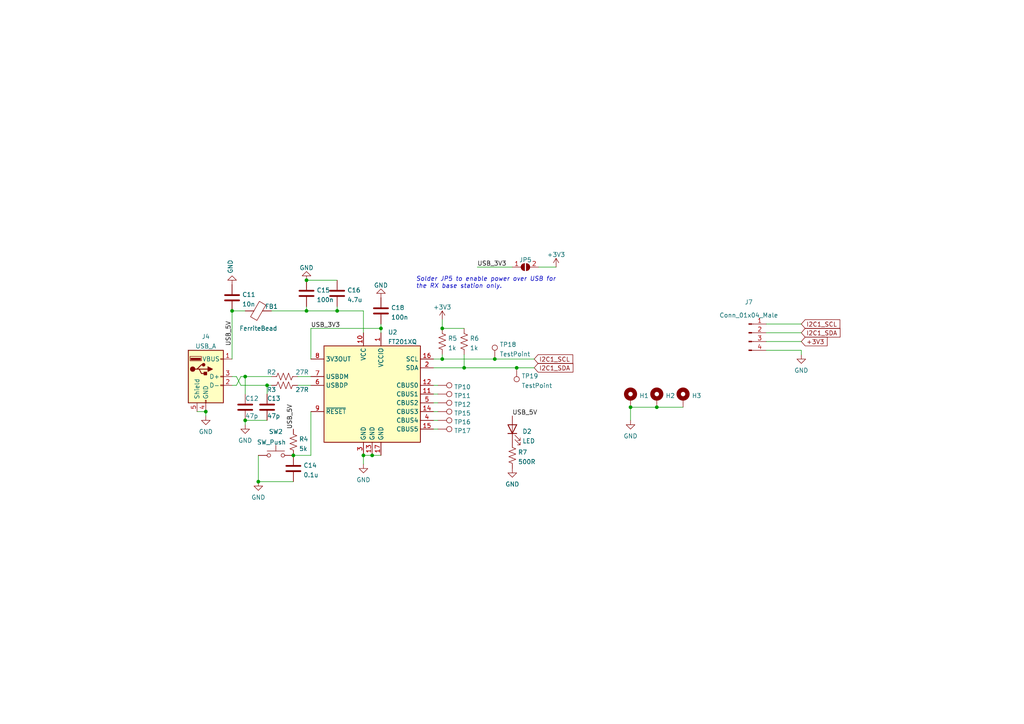
<source format=kicad_sch>
(kicad_sch (version 20211123) (generator eeschema)
  (paper "A4")
  (lib_symbols
    (symbol "Connector:Conn_01x04_Male" (pin_names (offset 1.016) hide)
      (property "Reference" "J" (at 0 5.08 0))
      (property "Value" "Conn_01x04_Male" (at 0 -7.62 0))
      (symbol "Conn_01x04_Male_1_1"
        (polyline (pts (xy 1.27 -5.08) (xy 0.8636 -5.08)) (stroke (width 0.1524)))
        (polyline (pts (xy 1.27 -2.54) (xy 0.8636 -2.54)) (stroke (width 0.1524)))
        (polyline (pts (xy 1.27 0) (xy 0.8636 0)) (stroke (width 0.1524)))
        (polyline (pts (xy 1.27 2.54) (xy 0.8636 2.54)) (stroke (width 0.1524)))
        (rectangle (start 0.8636 -4.953) (end 0 -5.207) (stroke (width 0.1524)) (fill (type outline)))
        (rectangle (start 0.8636 -2.413) (end 0 -2.667) (stroke (width 0.1524)) (fill (type outline)))
        (rectangle (start 0.8636 0.127) (end 0 -0.127) (stroke (width 0.1524)) (fill (type outline)))
        (rectangle (start 0.8636 2.667) (end 0 2.413) (stroke (width 0.1524)) (fill (type outline)))
        (pin passive line (at 5.08 2.54 180) (length 3.81) (name "Pin_1") (number "1"))
        (pin passive line (at 5.08 0 180) (length 3.81) (name "Pin_2") (number "2"))
        (pin passive line (at 5.08 -2.54 180) (length 3.81) (name "Pin_3") (number "3"))
        (pin passive line (at 5.08 -5.08 180) (length 3.81) (name "Pin_4") (number "4"))
      )
    )
    (symbol "Connector:TestPoint" (pin_numbers hide) (pin_names (offset 0.762) hide)
      (property "Reference" "TP" (at 0 6.858 0))
      (property "Value" "TestPoint" (at 0 5.08 0))
      (symbol "TestPoint_0_1"
        (circle (center 0 3.302) (radius 0.762))
      )
      (symbol "TestPoint_1_1"
        (pin passive line (at 0 0 90) (length 2.54) (name "1") (number "1"))
      )
    )
    (symbol "Connector:USB_A" (pin_names (offset 1.016))
      (property "Reference" "J" (at -5.08 11.43 0))
      (property "Value" "USB_A" (at -5.08 8.89 0))
      (symbol "USB_A_0_1"
        (rectangle (start -5.08 -7.62) (end 5.08 7.62) (stroke (width 0.254)) (fill (type background)))
        (circle (center -3.81 2.159) (radius 0.635) (stroke (width 0.254)) (fill (type outline)))
        (rectangle (start -1.524 4.826) (end -4.318 5.334) (fill (type outline)))
        (rectangle (start -1.27 4.572) (end -4.572 5.842))
        (circle (center -0.635 3.429) (radius 0.381) (stroke (width 0.254)) (fill (type outline)))
        (rectangle (start -0.127 -7.62) (end 0.127 -6.858))
        (polyline (pts (xy -3.175 2.159) (xy -2.54 2.159) (xy -1.27 3.429) (xy -0.635 3.429)) (stroke (width 0.254)))
        (polyline (pts (xy -2.54 2.159) (xy -1.905 2.159) (xy -1.27 0.889) (xy 0 0.889)) (stroke (width 0.254)))
        (polyline (pts (xy 0.635 2.794) (xy 0.635 1.524) (xy 1.905 2.159) (xy 0.635 2.794)) (stroke (width 0.254)) (fill (type outline)))
        (rectangle (start 0.254 1.27) (end -0.508 0.508) (stroke (width 0.254)) (fill (type outline)))
        (rectangle (start 5.08 -2.667) (end 4.318 -2.413))
        (rectangle (start 5.08 -0.127) (end 4.318 0.127))
        (rectangle (start 5.08 4.953) (end 4.318 5.207))
      )
      (symbol "USB_A_1_1"
        (polyline (pts (xy -1.905 2.159) (xy 0.635 2.159)) (stroke (width 0.254)))
        (pin power_in line (at 7.62 5.08 180) (length 2.54) (name "VBUS") (number "1"))
        (pin bidirectional line (at 7.62 -2.54 180) (length 2.54) (name "D-") (number "2"))
        (pin bidirectional line (at 7.62 0 180) (length 2.54) (name "D+") (number "3"))
        (pin power_in line (at 0 -10.16 90) (length 2.54) (name "GND") (number "4"))
        (pin passive line (at -2.54 -10.16 90) (length 2.54) (name "Shield") (number "5"))
      )
    )
    (symbol "Device:C" (pin_numbers hide) (pin_names (offset 0.254))
      (property "Reference" "C" (at 0.635 2.54 0))
      (property "Value" "C" (at 0.635 -2.54 0))
      (symbol "C_0_1"
        (polyline (pts (xy -2.032 -0.762) (xy 2.032 -0.762)) (stroke (width 0.508)))
        (polyline (pts (xy -2.032 0.762) (xy 2.032 0.762)) (stroke (width 0.508)))
      )
      (symbol "C_1_1"
        (pin passive line (at 0 3.81 270) (length 2.794) (name "~") (number "1"))
        (pin passive line (at 0 -3.81 90) (length 2.794) (name "~") (number "2"))
      )
    )
    (symbol "Device:FerriteBead" (pin_numbers hide) (pin_names (offset 0))
      (property "Reference" "FB" (at -3.81 0.635 90))
      (property "Value" "FerriteBead" (at 3.81 0 90))
      (symbol "FerriteBead_0_1"
        (polyline (pts (xy 0 -1.27) (xy 0 -1.2192)))
        (polyline (pts (xy 0 1.27) (xy 0 1.2954)))
        (polyline (pts (xy -2.7686 0.4064) (xy -1.7018 2.2606) (xy 2.7686 -0.3048) (xy 1.6764 -2.159) (xy -2.7686 0.4064)))
      )
      (symbol "FerriteBead_1_1"
        (pin passive line (at 0 3.81 270) (length 2.54) (name "~") (number "1"))
        (pin passive line (at 0 -3.81 90) (length 2.54) (name "~") (number "2"))
      )
    )
    (symbol "Device:LED" (pin_numbers hide) (pin_names (offset 1.016) hide)
      (property "Reference" "D" (at 0 2.54 0))
      (property "Value" "LED" (at 0 -2.54 0))
      (symbol "LED_0_1"
        (polyline (pts (xy -1.27 -1.27) (xy -1.27 1.27)) (stroke (width 0.254)))
        (polyline (pts (xy -1.27 0) (xy 1.27 0)))
        (polyline (pts (xy 1.27 -1.27) (xy 1.27 1.27) (xy -1.27 0) (xy 1.27 -1.27)) (stroke (width 0.254)))
        (polyline (pts (xy -3.048 -0.762) (xy -4.572 -2.286) (xy -3.81 -2.286) (xy -4.572 -2.286) (xy -4.572 -1.524)))
        (polyline (pts (xy -1.778 -0.762) (xy -3.302 -2.286) (xy -2.54 -2.286) (xy -3.302 -2.286) (xy -3.302 -1.524)))
      )
      (symbol "LED_1_1"
        (pin passive line (at -3.81 0 0) (length 2.54) (name "K") (number "1"))
        (pin passive line (at 3.81 0 180) (length 2.54) (name "A") (number "2"))
      )
    )
    (symbol "Device:R_US" (pin_numbers hide) (pin_names (offset 0))
      (property "Reference" "R" (at 2.54 0 90))
      (property "Value" "R_US" (at -2.54 0 90))
      (symbol "R_US_0_1"
        (polyline (pts (xy 0 -2.286) (xy 0 -2.54)))
        (polyline (pts (xy 0 2.286) (xy 0 2.54)))
        (polyline (pts (xy 0 -0.762) (xy 1.016 -1.143) (xy 0 -1.524) (xy -1.016 -1.905) (xy 0 -2.286)))
        (polyline (pts (xy 0 0.762) (xy 1.016 0.381) (xy 0 0) (xy -1.016 -0.381) (xy 0 -0.762)))
        (polyline (pts (xy 0 2.286) (xy 1.016 1.905) (xy 0 1.524) (xy -1.016 1.143) (xy 0 0.762)))
      )
      (symbol "R_US_1_1"
        (pin passive line (at 0 3.81 270) (length 1.27) (name "~") (number "1"))
        (pin passive line (at 0 -3.81 90) (length 1.27) (name "~") (number "2"))
      )
    )
    (symbol "Interface_USB:FT201XQ"
      (property "Reference" "U" (at -13.97 15.24 0))
      (property "Value" "FT201XQ" (at 7.62 15.24 0))
      (symbol "FT201XQ_0_1"
        (rectangle (start -13.97 13.97) (end 13.97 -13.97) (stroke (width 0.254)) (fill (type background)))
      )
      (symbol "FT201XQ_1_1"
        (pin power_in line (at 2.54 17.78 270) (length 3.81) (name "VCCIO") (number "1"))
        (pin power_in line (at -2.54 17.78 270) (length 3.81) (name "VCC") (number "10"))
        (pin bidirectional line (at 17.78 0 180) (length 3.81) (name "CBUS1") (number "11"))
        (pin bidirectional line (at 17.78 2.54 180) (length 3.81) (name "CBUS0") (number "12"))
        (pin power_in line (at 0 -17.78 90) (length 3.81) (name "GND") (number "13"))
        (pin bidirectional line (at 17.78 -5.08 180) (length 3.81) (name "CBUS3") (number "14"))
        (pin bidirectional line (at 17.78 -10.16 180) (length 3.81) (name "CBUS5") (number "15"))
        (pin input line (at 17.78 10.16 180) (length 3.81) (name "SCL") (number "16"))
        (pin power_in line (at 2.54 -17.78 90) (length 3.81) (name "GND") (number "17"))
        (pin bidirectional line (at 17.78 7.62 180) (length 3.81) (name "SDA") (number "2"))
        (pin power_in line (at -2.54 -17.78 90) (length 3.81) (name "GND") (number "3"))
        (pin bidirectional line (at 17.78 -7.62 180) (length 3.81) (name "CBUS4") (number "4"))
        (pin bidirectional line (at 17.78 -2.54 180) (length 3.81) (name "CBUS2") (number "5"))
        (pin bidirectional line (at -17.78 2.54 0) (length 3.81) (name "USBDP") (number "6"))
        (pin bidirectional line (at -17.78 5.08 0) (length 3.81) (name "USBDM") (number "7"))
        (pin power_out line (at -17.78 10.16 0) (length 3.81) (name "3V3OUT") (number "8"))
        (pin input line (at -17.78 -5.08 0) (length 3.81) (name "~{RESET}") (number "9"))
      )
    )
    (symbol "Jumper:SolderJumper_2_Open" (pin_names (offset 0) hide)
      (property "Reference" "JP" (at 0 2.032 0))
      (property "Value" "SolderJumper_2_Open" (at 0 -2.54 0))
      (symbol "SolderJumper_2_Open_0_1"
        (arc (start -0.254 1.016) (mid -1.27 0) (end -0.254 -1.016))
        (arc (start -0.254 1.016) (mid -1.27 0) (end -0.254 -1.016) (fill (type outline)))
        (polyline (pts (xy -0.254 1.016) (xy -0.254 -1.016)))
        (polyline (pts (xy 0.254 1.016) (xy 0.254 -1.016)))
        (arc (start 0.254 -1.016) (mid 1.27 0) (end 0.254 1.016))
        (arc (start 0.254 -1.016) (mid 1.27 0) (end 0.254 1.016) (fill (type outline)))
      )
      (symbol "SolderJumper_2_Open_1_1"
        (pin passive line (at -3.81 0 0) (length 2.54) (name "A") (number "1"))
        (pin passive line (at 3.81 0 180) (length 2.54) (name "B") (number "2"))
      )
    )
    (symbol "Mechanical:MountingHole_Pad" (pin_numbers hide) (pin_names (offset 1.016) hide)
      (property "Reference" "H" (at 0 6.35 0))
      (property "Value" "MountingHole_Pad" (at 0 4.445 0))
      (symbol "MountingHole_Pad_0_1"
        (circle (center 0 1.27) (radius 1.27) (stroke (width 1.27)))
      )
      (symbol "MountingHole_Pad_1_1"
        (pin input line (at 0 -2.54 90) (length 2.54) (name "1") (number "1"))
      )
    )
    (symbol "Switch:SW_Push" (pin_numbers hide) (pin_names (offset 1.016) hide)
      (property "Reference" "SW" (at 1.27 2.54 0))
      (property "Value" "SW_Push" (at 0 -1.524 0))
      (symbol "SW_Push_0_1"
        (circle (center -2.032 0) (radius 0.508))
        (polyline (pts (xy 0 1.27) (xy 0 3.048)))
        (polyline (pts (xy 2.54 1.27) (xy -2.54 1.27)))
        (circle (center 2.032 0) (radius 0.508))
        (pin passive line (at -5.08 0 0) (length 2.54) (name "1") (number "1"))
        (pin passive line (at 5.08 0 180) (length 2.54) (name "2") (number "2"))
      )
    )
    (symbol "power:+3V3" (power) (pin_names (offset 0))
      (property "Value" "+3V3" (at 0 3.556 0))
      (symbol "+3V3_0_1"
        (polyline (pts (xy -0.762 1.27) (xy 0 2.54)))
        (polyline (pts (xy 0 0) (xy 0 2.54)))
        (polyline (pts (xy 0 2.54) (xy 0.762 1.27)))
      )
      (symbol "+3V3_1_1"
        (pin power_in line (at 0 0 90) (length 0) hide (name "+3V3") (number "1"))
      )
    )
    (symbol "power:GND" (power) (pin_names (offset 0))
      (property "Value" "GND" (at 0 -3.81 0))
      (symbol "GND_0_1"
        (polyline (pts (xy 0 0) (xy 0 -1.27) (xy 1.27 -1.27) (xy 0 -2.54) (xy -1.27 -1.27) (xy 0 -1.27)))
      )
      (symbol "GND_1_1"
        (pin power_in line (at 0 0 270) (length 0) hide (name "GND") (number "1"))
      )
    )
  )
  (junction (at 67.31 90.17))
  (junction (at 59.69 119.38))
  (junction (at 190.5 118.11))
  (junction (at 77.47 111.76))
  (junction (at 107.95 132.08))
  (junction (at 128.27 104.14))
  (junction (at 143.51 104.14))
  (junction (at 88.9 90.17))
  (junction (at 71.12 121.92))
  (junction (at 128.27 95.25))
  (junction (at 105.41 132.08))
  (junction (at 134.62 106.68))
  (junction (at 71.12 109.22))
  (junction (at 74.93 139.7))
  (junction (at 85.09 132.08))
  (junction (at 110.49 95.25))
  (junction (at 149.86 106.68))
  (junction (at 97.79 90.17))
  (junction (at 182.88 118.11))
  (junction (at 88.9 81.28))
  (wire (pts (xy 222.25 96.52) (xy 232.41 96.52)))
  (wire (pts (xy 57.15 119.38) (xy 59.69 119.38)))
  (wire (pts (xy 85.09 132.08) (xy 90.17 132.08)))
  (wire (pts (xy 222.25 101.6) (xy 232.41 101.6)))
  (wire (pts (xy 156.21 77.47) (xy 161.29 77.47)))
  (wire (pts (xy 107.95 132.08) (xy 110.49 132.08)))
  (wire (pts (xy 90.17 119.38) (xy 90.17 132.08)))
  (wire (pts (xy 88.9 88.9) (xy 88.9 90.17)))
  (wire (pts (xy 78.74 90.17) (xy 88.9 90.17)))
  (wire (pts (xy 105.41 132.08) (xy 107.95 132.08)))
  (wire (pts (xy 90.17 95.25) (xy 110.49 95.25)))
  (wire (pts (xy 125.73 104.14) (xy 128.27 104.14)))
  (wire (pts (xy 125.73 106.68) (xy 134.62 106.68)))
  (wire (pts (xy 67.31 90.17) (xy 67.31 104.14)))
  (wire (pts (xy 90.17 95.25) (xy 90.17 104.14)))
  (wire (pts (xy 69.85 109.22) (xy 71.12 109.22)))
  (wire (pts (xy 127 111.76) (xy 125.73 111.76)))
  (wire (pts (xy 232.41 101.6) (xy 232.41 102.87)))
  (wire (pts (xy 97.79 88.9) (xy 97.79 90.17)))
  (wire (pts (xy 125.73 124.46) (xy 127 124.46)))
  (wire (pts (xy 125.73 114.3) (xy 127 114.3)))
  (wire (pts (xy 69.85 111.76) (xy 77.47 111.76)))
  (wire (pts (xy 110.49 95.25) (xy 110.49 96.52)))
  (wire (pts (xy 67.31 111.76) (xy 68.58 111.76)))
  (wire (pts (xy 71.12 123.19) (xy 71.12 121.92)))
  (wire (pts (xy 77.47 111.76) (xy 77.47 114.3)))
  (wire (pts (xy 125.73 116.84) (xy 127 116.84)))
  (wire (pts (xy 105.41 90.17) (xy 105.41 96.52)))
  (wire (pts (xy 149.86 106.68) (xy 154.94 106.68)))
  (wire (pts (xy 190.5 118.11) (xy 198.12 118.11)))
  (wire (pts (xy 182.88 118.11) (xy 190.5 118.11)))
  (wire (pts (xy 222.25 99.06) (xy 232.41 99.06)))
  (wire (pts (xy 67.31 90.17) (xy 71.12 90.17)))
  (wire (pts (xy 128.27 104.14) (xy 143.51 104.14)))
  (wire (pts (xy 74.93 139.7) (xy 85.09 139.7)))
  (wire (pts (xy 182.88 121.92) (xy 182.88 118.11)))
  (wire (pts (xy 128.27 92.71) (xy 128.27 95.25)))
  (wire (pts (xy 134.62 102.87) (xy 134.62 106.68)))
  (wire (pts (xy 125.73 119.38) (xy 127 119.38)))
  (wire (pts (xy 68.58 111.76) (xy 69.85 109.22)))
  (wire (pts (xy 86.36 109.22) (xy 90.17 109.22)))
  (wire (pts (xy 71.12 109.22) (xy 78.74 109.22)))
  (wire (pts (xy 77.47 111.76) (xy 78.74 111.76)))
  (wire (pts (xy 74.93 132.08) (xy 74.93 139.7)))
  (wire (pts (xy 59.69 120.65) (xy 59.69 119.38)))
  (wire (pts (xy 125.73 121.92) (xy 127 121.92)))
  (wire (pts (xy 88.9 81.28) (xy 97.79 81.28)))
  (wire (pts (xy 128.27 102.87) (xy 128.27 104.14)))
  (wire (pts (xy 105.41 134.62) (xy 105.41 132.08)))
  (wire (pts (xy 222.25 93.98) (xy 232.41 93.98)))
  (wire (pts (xy 134.62 106.68) (xy 149.86 106.68)))
  (wire (pts (xy 69.85 111.76) (xy 68.58 109.22)))
  (wire (pts (xy 67.31 109.22) (xy 68.58 109.22)))
  (wire (pts (xy 143.51 104.14) (xy 154.94 104.14)))
  (wire (pts (xy 110.49 93.98) (xy 110.49 95.25)))
  (wire (pts (xy 71.12 109.22) (xy 71.12 114.3)))
  (wire (pts (xy 88.9 90.17) (xy 97.79 90.17)))
  (wire (pts (xy 97.79 90.17) (xy 105.41 90.17)))
  (wire (pts (xy 138.43 77.47) (xy 148.59 77.47)))
  (wire (pts (xy 71.12 121.92) (xy 77.47 121.92)))
  (wire (pts (xy 128.27 95.25) (xy 134.62 95.25)))
  (wire (pts (xy 86.36 111.76) (xy 90.17 111.76)))
  (text "Solder JP5 to enable power over USB for \nthe RX base station only. " (at 120.65 83.82 0) (effects (font (size 1.27 1.27) italic) (justify left bottom)))
  (label "USB_5V" (at 148.59 120.65 0))
  (label "USB_3V3" (at 138.43 77.47 0))
  (label "USB_3V3" (at 90.17 95.25 0))
  (label "USB_5V" (at 85.09 124.46 90))
  (label "USB_5V" (at 67.31 100.33 90))
  (global_label "+3V3" (shape input) (at 232.41 99.06 0) (property "Intersheet References" "${INTERSHEET_REFS}" (effects hide)))
  (global_label "I2C1_SDA" (shape input) (at 232.41 96.52 0) (property "Intersheet References" "${INTERSHEET_REFS}" (effects hide)))
  (global_label "I2C1_SDA" (shape input) (at 154.94 106.68 0) (property "Intersheet References" "${INTERSHEET_REFS}" (effects hide)))
  (global_label "I2C1_SCL" (shape input) (at 232.41 93.98 0) (property "Intersheet References" "${INTERSHEET_REFS}" (effects hide)))
  (global_label "I2C1_SCL" (shape input) (at 154.94 104.14 0) (property "Intersheet References" "${INTERSHEET_REFS}" (effects hide)))
  (symbol (lib_id "Mechanical:MountingHole_Pad") (at 198.12 115.57 0) (unit 1)
    (property "Reference" "H3" (at 200.66 114.779 0) (effects (justify left)))
    (property "Value" "MountingHole_Pad" (effects hide))
    (property "Footprint" "MountingHole:MountingHole_2.2mm_M2_Pad_Via" (effects hide))
  )
  (symbol (lib_id "Connector:TestPoint") (at 127 124.46 270) (unit 1)
    (property "Reference" "TP17" (at 131.699 124.939 90) (effects (justify left)))
    (property "Value" "TestPoint" (effects hide))
    (property "Footprint" "TestPoint:TestPoint_Pad_1.0x1.0mm" (effects hide))
  )
  (symbol (lib_id "Connector:TestPoint") (at 149.86 106.68 180) (unit 1)
    (property "Reference" "TP19" (at 151.257 109.0735 0) (effects (justify right)))
    (property "Value" "TestPoint" (at 151.257 111.8486 0) (effects (justify right)))
    (property "Footprint" "TestPoint:TestPoint_Pad_1.0x1.0mm" (effects hide))
  )
  (symbol (lib_id "Connector:TestPoint") (at 143.51 104.14 0) (unit 1)
    (property "Reference" "TP18" (at 144.907 99.9295 0) (effects (justify left)))
    (property "Value" "TestPoint" (at 144.907 102.7046 0) (effects (justify left)))
    (property "Footprint" "TestPoint:TestPoint_Pad_1.0x1.0mm" (effects hide))
  )
  (symbol (lib_id "Device:R_US") (at 85.09 128.27 0) (unit 1)
    (property "Reference" "R4" (at 86.741 127.3615 0) (effects (justify left)))
    (property "Value" "5k" (at 86.741 130.1366 0) (effects (justify left)))
    (property "Footprint" "Resistor_SMD:R_0805_2012Metric_Pad1.20x1.40mm_HandSolder" (effects hide))
  )
  (symbol (lib_id "Jumper:SolderJumper_2_Open") (at 152.4 77.47 0) (unit 1)
    (property "Reference" "JP5" (at 152.4 75.3895 0))
    (property "Value" "SolderJumper_2_Open" (effects hide))
    (property "Footprint" "Jumper:SolderJumper-2_P1.3mm_Open_RoundedPad1.0x1.5mm" (effects hide))
  )
  (symbol (lib_id "power:GND") (at 105.41 134.62 0) (unit 1)
    (property "Reference" "#PWR0105" (effects hide))
    (property "Value" "GND" (at 105.41 139.1825 0))
  )
  (symbol (lib_id "power:GND") (at 148.59 135.89 0) (unit 1)
    (property "Reference" "#PWR0110" (effects hide))
    (property "Value" "GND" (at 148.59 140.4525 0))
  )
  (symbol (lib_id "Device:C") (at 88.9 85.09 0) (unit 1)
    (property "Reference" "C15" (at 91.821 84.1815 0) (effects (justify left)))
    (property "Value" "100n" (at 91.821 86.9566 0) (effects (justify left)))
    (property "Footprint" "Capacitor_SMD:C_0603_1608Metric" (effects hide))
  )
  (symbol (lib_id "Device:R_US") (at 82.55 111.76 90) (unit 1)
    (property "Reference" "R3" (at 78.74 113.03 90))
    (property "Value" "27R" (at 87.63 113.03 90))
    (property "Footprint" "Resistor_SMD:R_0805_2012Metric_Pad1.20x1.40mm_HandSolder" (effects hide))
  )
  (symbol (lib_id "Device:C") (at 97.79 85.09 0) (unit 1)
    (property "Reference" "C16" (at 100.711 84.1815 0) (effects (justify left)))
    (property "Value" "4.7u" (at 100.711 86.9566 0) (effects (justify left)))
    (property "Footprint" "Capacitor_SMD:C_0603_1608Metric" (effects hide))
  )
  (symbol (lib_id "Device:R_US") (at 128.27 99.06 0) (unit 1)
    (property "Reference" "R5" (at 129.921 98.1515 0) (effects (justify left)))
    (property "Value" "1k" (at 129.921 100.9266 0) (effects (justify left)))
    (property "Footprint" "Resistor_SMD:R_0805_2012Metric_Pad1.20x1.40mm_HandSolder" (effects hide))
  )
  (symbol (lib_id "Mechanical:MountingHole_Pad") (at 190.5 115.57 0) (unit 1)
    (property "Reference" "H2" (at 193.04 114.779 0) (effects (justify left)))
    (property "Value" "MountingHole_Pad" (effects hide))
    (property "Footprint" "MountingHole:MountingHole_2.2mm_M2_Pad_Via" (effects hide))
  )
  (symbol (lib_id "power:GND") (at 59.69 120.65 0) (unit 1)
    (property "Reference" "#PWR0107" (effects hide))
    (property "Value" "GND" (at 59.69 125.2125 0))
  )
  (symbol (lib_id "power:+3V3") (at 128.27 92.71 0) (unit 1)
    (property "Reference" "#PWR0109" (effects hide))
    (property "Value" "+3V3" (at 128.27 89.1055 0))
  )
  (symbol (lib_id "Device:C") (at 110.49 90.17 0) (unit 1)
    (property "Reference" "C18" (at 113.411 89.2615 0) (effects (justify left)))
    (property "Value" "100n" (at 113.411 92.0366 0) (effects (justify left)))
    (property "Footprint" "Capacitor_SMD:C_0603_1608Metric" (effects hide))
  )
  (symbol (lib_id "Connector:TestPoint") (at 127 119.38 270) (unit 1)
    (property "Reference" "TP15" (at 131.699 119.859 90) (effects (justify left)))
    (property "Value" "TestPoint" (effects hide))
    (property "Footprint" "TestPoint:TestPoint_Pad_1.0x1.0mm" (effects hide))
  )
  (symbol (lib_id "Connector:TestPoint") (at 127 121.92 270) (unit 1)
    (property "Reference" "TP16" (at 131.699 122.399 90) (effects (justify left)))
    (property "Value" "TestPoint" (effects hide))
    (property "Footprint" "TestPoint:TestPoint_Pad_1.0x1.0mm" (effects hide))
  )
  (symbol (lib_id "Interface_USB:FT201XQ") (at 107.95 114.3 0) (unit 1)
    (property "Reference" "U2" (at 112.5094 96.3635 0) (effects (justify left)))
    (property "Value" "FT201XQ" (at 112.5094 99.1386 0) (effects (justify left)))
    (property "Footprint" "Package_DFN_QFN:QFN-16-1EP_4x4mm_P0.65mm_EP2.1x2.1mm" (effects hide))
    (property "Datasheet" "https://www.ftdichip.com/Support/Documents/DataSheets/ICs/DS_FT201X.pdf" (effects hide))
  )
  (symbol (lib_id "Device:C") (at 85.09 135.89 0) (unit 1)
    (property "Reference" "C14" (at 88.011 134.9815 0) (effects (justify left)))
    (property "Value" "0.1u" (at 88.011 137.7566 0) (effects (justify left)))
    (property "Footprint" "Capacitor_SMD:C_0603_1608Metric" (effects hide))
  )
  (symbol (lib_id "Switch:SW_Push") (at 80.01 132.08 0) (unit 1)
    (property "Reference" "SW2" (at 80.01 125.1925 0))
    (property "Value" "SW_Push" (at 78.74 128.27 0))
    (property "Footprint" "Connector_PinSocket_2.54mm:PinSocket_1x02_P2.54mm_Vertical" (effects hide))
  )
  (symbol (lib_id "power:GND") (at 182.88 121.92 0) (unit 1)
    (property "Reference" "#PWR0112" (effects hide))
    (property "Value" "GND" (at 182.88 126.4825 0))
  )
  (symbol (lib_id "Connector:USB_A") (at 59.69 109.22 0) (unit 1)
    (property "Reference" "J4" (at 59.69 97.6335 0))
    (property "Value" "USB_A" (at 59.69 100.4086 0))
    (property "Footprint" "Connector_USB:USB_A_Molex_67643_Horizontal" (effects hide))
    (property "Datasheet" " ~" (effects hide))
  )
  (symbol (lib_id "power:GND") (at 74.93 139.7 0) (unit 1)
    (property "Reference" "#PWR0106" (effects hide))
    (property "Value" "GND" (at 74.93 144.2625 0))
  )
  (symbol (lib_id "power:GND") (at 67.31 82.55 180) (unit 1)
    (property "Reference" "#PWR0102" (effects hide))
    (property "Value" "GND" (at 66.831 79.3751 90) (effects (justify right)))
  )
  (symbol (lib_id "Connector:TestPoint") (at 127 114.3 270) (unit 1)
    (property "Reference" "TP11" (at 131.699 114.779 90) (effects (justify left)))
    (property "Value" "TestPoint" (effects hide))
    (property "Footprint" "TestPoint:TestPoint_Pad_1.0x1.0mm" (effects hide))
  )
  (symbol (lib_id "Connector:TestPoint") (at 127 111.76 270) (unit 1)
    (property "Reference" "TP10" (at 131.699 112.239 90) (effects (justify left)))
    (property "Value" "TestPoint" (effects hide))
    (property "Footprint" "TestPoint:TestPoint_Pad_1.0x1.0mm" (effects hide))
  )
  (symbol (lib_id "Connector:Conn_01x04_Male") (at 217.17 96.52 0) (unit 1)
    (property "Reference" "J7" (at 217.17 87.63 0))
    (property "Value" "Conn_01x04_Male" (at 217.17 91.44 0))
    (property "Footprint" "Connector_PinHeader_1.27mm:PinHeader_1x04_P1.27mm_Vertical" (effects hide))
  )
  (symbol (lib_id "Device:C") (at 67.31 86.36 0) (unit 1)
    (property "Reference" "C11" (at 70.231 85.4515 0) (effects (justify left)))
    (property "Value" "10n" (at 70.231 88.2266 0) (effects (justify left)))
    (property "Footprint" "Capacitor_SMD:C_0603_1608Metric" (effects hide))
  )
  (symbol (lib_id "power:GND") (at 88.9 81.28 180) (unit 1)
    (property "Reference" "#PWR0101" (effects hide))
    (property "Value" "GND" (at 88.9 77.6755 0))
  )
  (symbol (lib_id "Mechanical:MountingHole_Pad") (at 182.88 115.57 0) (unit 1)
    (property "Reference" "H1" (at 185.42 114.779 0) (effects (justify left)))
    (property "Value" "MountingHole_Pad" (effects hide))
    (property "Footprint" "MountingHole:MountingHole_2.2mm_M2_Pad_Via" (effects hide))
  )
  (symbol (lib_id "Connector:TestPoint") (at 127 116.84 270) (unit 1)
    (property "Reference" "TP12" (at 131.699 117.319 90) (effects (justify left)))
    (property "Value" "TestPoint" (effects hide))
    (property "Footprint" "TestPoint:TestPoint_Pad_1.0x1.0mm" (effects hide))
  )
  (symbol (lib_id "Device:R_US") (at 134.62 99.06 0) (unit 1)
    (property "Reference" "R6" (at 136.271 98.1515 0) (effects (justify left)))
    (property "Value" "1k" (at 136.271 100.9266 0) (effects (justify left)))
    (property "Footprint" "Resistor_SMD:R_0805_2012Metric_Pad1.20x1.40mm_HandSolder" (effects hide))
  )
  (symbol (lib_id "Device:LED") (at 148.59 124.46 90) (unit 1)
    (property "Reference" "D2" (at 151.511 125.139 90) (effects (justify right)))
    (property "Value" "LED" (at 151.511 127.9141 90) (effects (justify right)))
    (property "Footprint" "LED_SMD:LED_0805_2012Metric" (effects hide))
  )
  (symbol (lib_id "power:GND") (at 232.41 102.87 0) (unit 1)
    (property "Reference" "#PWR0111" (effects hide))
    (property "Value" "GND" (at 232.41 107.4325 0))
  )
  (symbol (lib_id "power:+3V3") (at 161.29 77.47 0) (unit 1)
    (property "Reference" "#PWR0103" (effects hide))
    (property "Value" "+3V3" (at 161.29 73.8655 0))
  )
  (symbol (lib_id "Device:R_US") (at 82.55 109.22 90) (unit 1)
    (property "Reference" "R2" (at 78.74 107.95 90))
    (property "Value" "27R" (at 87.63 107.95 90))
    (property "Footprint" "Resistor_SMD:R_0805_2012Metric_Pad1.20x1.40mm_HandSolder" (effects hide))
  )
  (symbol (lib_id "Device:R_US") (at 148.59 132.08 0) (unit 1)
    (property "Reference" "R7" (at 150.241 131.1715 0) (effects (justify left)))
    (property "Value" "500R" (at 150.241 133.9466 0) (effects (justify left)))
    (property "Footprint" "Resistor_SMD:R_0805_2012Metric_Pad1.20x1.40mm_HandSolder" (effects hide))
  )
  (symbol (lib_id "power:GND") (at 110.49 86.36 180) (unit 1)
    (property "Reference" "#PWR0104" (effects hide))
    (property "Value" "GND" (at 110.49 82.7555 0))
  )
  (symbol (lib_id "Device:C") (at 77.47 118.11 0) (unit 1)
    (property "Reference" "C13" (at 77.47 115.57 0) (effects (justify left)))
    (property "Value" "47p" (at 77.47 120.65 0) (effects (justify left)))
    (property "Footprint" "Capacitor_SMD:C_0603_1608Metric" (effects hide))
  )
  (symbol (lib_id "power:GND") (at 71.12 123.19 0) (unit 1)
    (property "Reference" "#PWR0108" (effects hide))
    (property "Value" "GND" (at 71.12 127.7525 0))
  )
  (symbol (lib_id "Device:C") (at 71.12 118.11 0) (unit 1)
    (property "Reference" "C12" (at 71.12 115.57 0) (effects (justify left)))
    (property "Value" "47p" (at 71.12 120.65 0) (effects (justify left)))
    (property "Footprint" "Capacitor_SMD:C_0603_1608Metric" (effects hide))
  )
  (symbol (lib_id "Device:FerriteBead") (at 74.93 90.17 90) (unit 1)
    (property "Reference" "FB1" (at 78.74 88.9 90))
    (property "Value" "FerriteBead" (at 74.93 95.25 90))
    (property "Footprint" "LED_SMD:LED_0805_2012Metric" (effects hide))
  )
)
</source>
